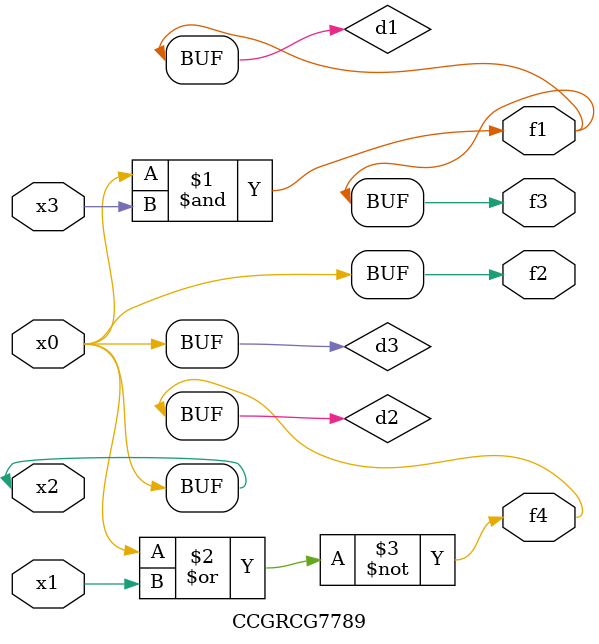
<source format=v>
module CCGRCG7789(
	input x0, x1, x2, x3,
	output f1, f2, f3, f4
);

	wire d1, d2, d3;

	and (d1, x2, x3);
	nor (d2, x0, x1);
	buf (d3, x0, x2);
	assign f1 = d1;
	assign f2 = d3;
	assign f3 = d1;
	assign f4 = d2;
endmodule

</source>
